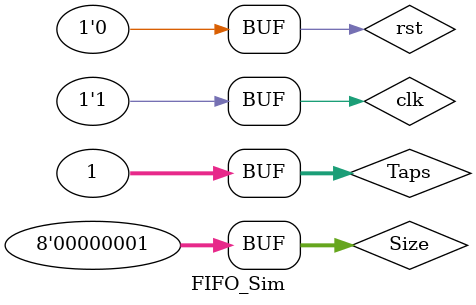
<source format=v>
`timescale 1ns / 1ps


module FIFO_Sim(

    );

    reg rst;
    reg clk;
    wire PRBS;
    reg[31:0] Taps;
    reg[7: 0] Size;


        LFSR_Gen DUT(.reset(rst), .PRBS(PRBS), .clock(clk), .Taps(Taps), .Size(Size)); 


      initial 
      begin
        Taps = 32'b1;
        Size = 7'b1;
        rst = 1;
        clk = 0;
        #1; // low for 20 * timescale = 1 ns
        clk = 1;
        #1; // low for 20 * timescale = 1 ns
        clk = 0;

                #1; // low for 20 * timescale = 1 ns
                clk = 1;
                #1; // low for 20 * timescale = 1 ns
                clk = 0;
                #1; // low for 20 * timescale = 1 ns
                clk = 1;
                #1; // low for 20 * timescale = 1 ns
                clk = 0;
                #1; // low for 20 * timescale = 1 ns
                clk = 1;
                #1; // low for 20 * timescale = 1 ns
                clk = 0;
                #1; // low for 20 * timescale = 1 ns
                clk = 1;
                #1; // low for 20 * timescale = 1 ns
                clk = 0;
                #1; // low for 20 * timescale = 1 ns
                clk = 1;
                #1; // low for 20 * timescale = 1 ns
                clk = 0;
                #1; // low for 20 * timescale = 1 ns
                clk = 1;
                #1; // low for 20 * timescale = 1 ns
                clk = 0;
                #1; // low for 20 * timescale = 1 ns
                clk = 1;
                #1; // low for 20 * timescale = 1 ns
                clk = 0;
                #1; // low for 20 * timescale = 1 ns
                clk = 1;
                #1; // low for 20 * timescale = 1 ns
                clk = 0;
                #1; // low for 20 * timescale = 1 ns
                clk = 1;
                #1; // low for 20 * timescale = 1 ns
                clk = 0;
                #1; // low for 20 * timescale = 1 ns
                clk = 1;
                #1; // low for 20 * timescale = 1 ns
                clk = 0;
                #1; // low for 20 * timescale = 1 ns
                clk = 1;
                #1; // low for 20 * timescale = 1 ns
                clk = 0;
                #1; // low for 20 * timescale = 1 ns
                clk = 1;
                #1; // low for 20 * timescale = 1 ns
                clk = 0;
                #1; // low for 20 * timescale = 1 ns
                clk = 1;
                #1; // low for 20 * timescale = 1 ns
                clk = 0;
                #1; // low for 20 * timescale = 1 ns
                clk = 1;
                #1; // low for 20 * timescale = 1 ns
                clk = 0;
                #1; // low for 20 * timescale = 1 ns
                clk = 1;
                #1; // low for 20 * timescale = 1 ns
                clk = 0;
                #1; // low for 20 * timescale = 1 ns
                clk = 1;
                #1; // low for 20 * timescale = 1 ns
                clk = 0;
                #1; // low for 20 * timescale = 1 ns
                clk = 1;
                #1; // low for 20 * timescale = 1 ns
                clk = 0;
                #1; // low for 20 * timescale = 1 ns
                clk = 1;
                #1; // low for 20 * timescale = 1 ns
                clk = 0;
                #1; // low for 20 * timescale = 1 ns
                clk = 1;
                #1; // low for 20 * timescale = 1 ns
                clk = 0;
                #1; // low for 20 * timescale = 1 ns
                clk = 1;
                #1; // low for 20 * timescale = 1 ns
                clk = 0;
                #1; // low for 20 * timescale = 1 ns
                clk = 1;
                #1; // low for 20 * timescale = 1 ns
                clk = 0;





        #1; // low for 20 * timescale = 1 ns
        rst = 0;

        #1; // low for 20 * timescale = 1 ns
        clk = 0; 
        #1; // low for 20 * timescale = 1 ns
        clk = 1;

        #1; // low for 20 * timescale = 1 ns

        clk = 0;
        #1; // low for 20 * timescale = 1 ns

        clk = 1;
        #1; // low for 20 * timescale = 1 ns
        #1;



        clk = 0;
        #1; // low for 20 * timescale = 1 ns

        clk = 1;
        #1; // low for 20 * timescale = 1 ns

        clk = 0;
        #1; // low for 20 * timescale = 1 ns

        // Shit the bed time
        
        clk = 1;
        #1; // low for 20 * timescale = 1 ns

        clk = 0;

        #1; // low for 20 * timescale = 1 ns
        clk = 1;
        #1; // low for 20 * timescale = 1 ns

        clk = 0;

        #1; // low for 20 * timescale = 1 ns

        clk = 1;

        #1; // low for 20 * timescale = 1 ns

        clk = 0;

                #1; // low for 20 * timescale = 1 ns

        clk = 1;

                #1; // low for 20 * timescale = 1 ns

        clk = 0;

                #1; // low for 20 * timescale = 1 ns

        clk = 1;

                #1; // low for 20 * timescale = 1 ns

        clk = 0;

                #1; // low for 20 * timescale = 1 ns

        clk = 1;

                #1; // low for 20 * timescale = 1 ns

        clk = 0;

                #1; // low for 20 * timescale = 1 ns

        clk = 1;

                #1; // low for 20 * timescale = 1 ns

        clk = 0;

                #1; // low for 20 * timescale = 1 ns

        clk = 1;

                #1; // low for 20 * timescale = 1 ns

        clk = 0;

                #1; // low for 20 * timescale = 1 ns

        clk = 1;

                #1; // low for 20 * timescale = 1 ns

        clk = 0;

                #1; // low for 20 * timescale = 1 ns

        clk = 1;

                #1; // low for 20 * timescale = 1 ns

        clk = 0;

                #1; // low for 20 * timescale = 1 ns

        clk = 1;

                #1; // low for 20 * timescale = 1 ns

        clk = 0;

                #1; // low for 20 * timescale = 1 ns

        clk = 1;

                #1; // low for 20 * timescale = 1 ns

        clk = 0;
                #1; // low for 20 * timescale = 1 ns

        clk = 1;

                #1; // low for 20 * timescale = 1 ns

        clk = 0;

                #1; // low for 20 * timescale = 1 ns


      end



    always 
    begin
        clk = 0;
        #1; // high for 20 * timescale = 1 ns

        clk = 1;
        #1; // low for 20 * timescale = 1 ns

    end


endmodule

</source>
